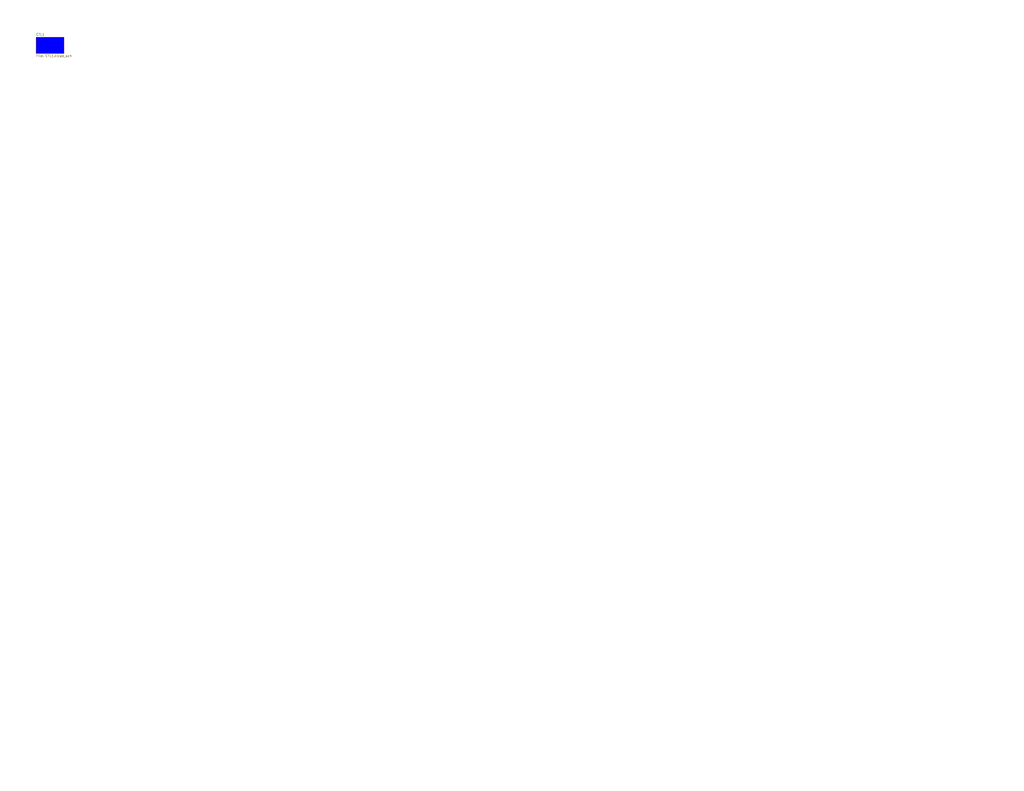
<source format=kicad_sch>
(kicad_sch (version 20211123) (generator eeschema)
  (paper "C")
  (title_block (title "EBOX CONTROL #1 SPEC/FUNC & DIAG") (date "1977-01-25") (company "DIGITAL EQUIPMENT CORPORATION") (comment 1 "M8543-0-0"))
  (lib_symbols)
  (sheet (at 19.685 20.32) (size 15.24 8.89) (stroke (width 0.1524)) (fill (color 0 0 255 1.0000))
    (property "Sheet name" "CTL1" (at 19.685 19.6084 0) (effects (justify left bottom)))
    (property "Sheet file" "CTL1.kicad_sch" (at 19.685 29.7946 0) (effects (justify left top)))
  )
)
</source>
